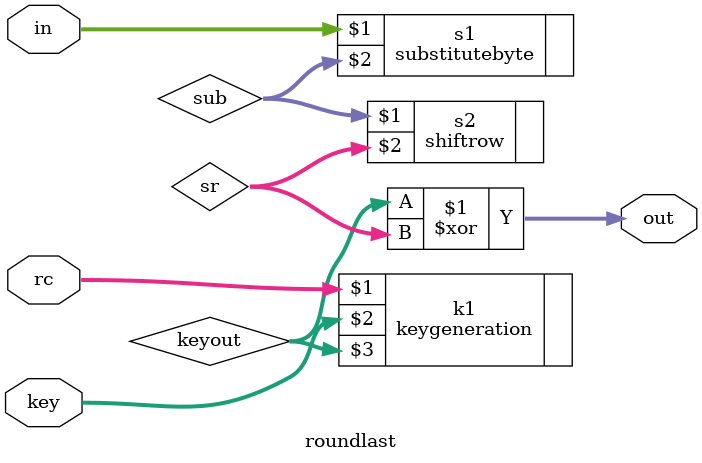
<source format=v>
`timescale 1ns / 1ps
module roundlast(
    input [3:0]rc,
    input [127 :0] in ,
    input [127: 0 ] key,
    output [127: 0]out
    );

wire [127: 0] sub , sr , keyout ;
	 keygeneration k1 (rc, key,keyout);
	 substitutebyte s1 (in , sub) ; 
	 shiftrow s2 (sub, sr) ;
	 assign out  = keyout ^ sr; 
endmodule

</source>
